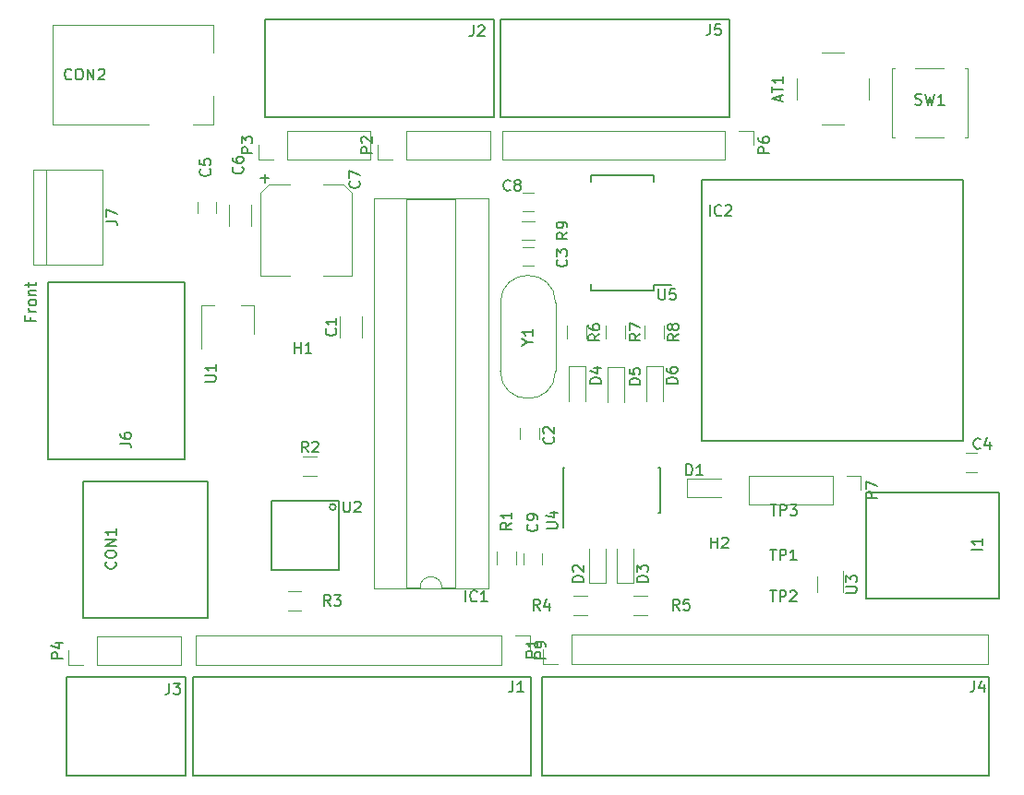
<source format=gto>
G04 #@! TF.GenerationSoftware,KiCad,Pcbnew,(5.1.2)-2*
G04 #@! TF.CreationDate,2019-09-12T09:52:03+10:00*
G04 #@! TF.ProjectId,BoSL,426f534c-2e6b-4696-9361-645f70636258,0.3*
G04 #@! TF.SameCoordinates,Original*
G04 #@! TF.FileFunction,Legend,Top*
G04 #@! TF.FilePolarity,Positive*
%FSLAX46Y46*%
G04 Gerber Fmt 4.6, Leading zero omitted, Abs format (unit mm)*
G04 Created by KiCad (PCBNEW (5.1.2)-2) date 2019-09-12 09:52:03*
%MOMM*%
%LPD*%
G04 APERTURE LIST*
%ADD10C,0.150000*%
%ADD11C,0.120000*%
G04 APERTURE END LIST*
D10*
X151950000Y-108475000D02*
X151975000Y-108475000D01*
X151950000Y-104325000D02*
X152065000Y-104325000D01*
X160850000Y-104325000D02*
X160735000Y-104325000D01*
X160850000Y-108475000D02*
X160735000Y-108475000D01*
X151950000Y-108475000D02*
X151950000Y-104325000D01*
X160850000Y-108475000D02*
X160850000Y-104325000D01*
X151975000Y-108475000D02*
X151975000Y-109850000D01*
X117250000Y-87380000D02*
X109000000Y-87380000D01*
X117250000Y-103630000D02*
X117250000Y-87380000D01*
X109000000Y-103630000D02*
X117250000Y-103630000D01*
X104750000Y-103630000D02*
X109000000Y-103630000D01*
X104750000Y-87380000D02*
X104750000Y-103630000D01*
X109000000Y-87380000D02*
X104750000Y-87380000D01*
D11*
X146430000Y-73420000D02*
X146430000Y-76080000D01*
X166810000Y-73420000D02*
X146430000Y-73420000D01*
X166810000Y-76080000D02*
X146430000Y-76080000D01*
X166810000Y-73420000D02*
X166810000Y-76080000D01*
X168080000Y-73420000D02*
X169410000Y-73420000D01*
X169410000Y-73420000D02*
X169410000Y-74750000D01*
X190900000Y-122350000D02*
X190900000Y-119690000D01*
X152740000Y-122350000D02*
X190900000Y-122350000D01*
X152740000Y-119690000D02*
X190900000Y-119690000D01*
X152740000Y-122350000D02*
X152740000Y-119690000D01*
X151470000Y-122350000D02*
X150140000Y-122350000D01*
X150140000Y-122350000D02*
X150140000Y-121020000D01*
X161222000Y-91340000D02*
X161222000Y-92540000D01*
X159462000Y-92540000D02*
X159462000Y-91340000D01*
X157666000Y-91340000D02*
X157666000Y-92540000D01*
X155906000Y-92540000D02*
X155906000Y-91340000D01*
X154110000Y-91340000D02*
X154110000Y-92540000D01*
X152350000Y-92540000D02*
X152350000Y-91340000D01*
D10*
X108000000Y-111800000D02*
X108000000Y-118200000D01*
X108000000Y-118200000D02*
X119400000Y-118200000D01*
X119400000Y-105600000D02*
X108000000Y-105600000D01*
X108000000Y-105600000D02*
X108000000Y-112000000D01*
X119400000Y-105600000D02*
X119400000Y-118200000D01*
X164690000Y-101920000D02*
X164690000Y-77920000D01*
X188690000Y-101920000D02*
X164690000Y-101920000D01*
X188690000Y-77920000D02*
X188690000Y-101920000D01*
X164690000Y-77920000D02*
X188690000Y-77920000D01*
X118000000Y-123600000D02*
X118000000Y-124600000D01*
X149000000Y-123600000D02*
X118000000Y-123600000D01*
X149000000Y-124600000D02*
X149000000Y-123600000D01*
X118000000Y-128600000D02*
X118000000Y-132600000D01*
X118000000Y-132600000D02*
X149000000Y-132600000D01*
X149000000Y-132600000D02*
X149000000Y-124600000D01*
X118000000Y-124600000D02*
X118000000Y-128600000D01*
X145600000Y-72200000D02*
X145600000Y-71200000D01*
X124600000Y-72200000D02*
X145600000Y-72200000D01*
X124600000Y-71200000D02*
X124600000Y-72200000D01*
X145600000Y-67200000D02*
X145600000Y-63200000D01*
X145600000Y-63200000D02*
X124600000Y-63200000D01*
X124600000Y-63200000D02*
X124600000Y-71200000D01*
X145600000Y-71200000D02*
X145600000Y-67200000D01*
X106400000Y-123600000D02*
X106400000Y-124600000D01*
X117400000Y-123600000D02*
X106400000Y-123600000D01*
X117400000Y-124600000D02*
X117400000Y-123600000D01*
X106400000Y-128600000D02*
X106400000Y-132600000D01*
X106400000Y-124600000D02*
X106400000Y-128600000D01*
X117400000Y-124600000D02*
X117400000Y-132600000D01*
X117400000Y-132600000D02*
X106400000Y-132600000D01*
X131450000Y-113775000D02*
X131450000Y-107375000D01*
X131450000Y-107375000D02*
X125250000Y-107375000D01*
X125250000Y-107375000D02*
X125250000Y-113775000D01*
X125250000Y-113775000D02*
X131450000Y-113775000D01*
X131132843Y-107975000D02*
G75*
G03X131132843Y-107975000I-282843J0D01*
G01*
X179755000Y-116385000D02*
X179755000Y-106635000D01*
X191955000Y-116385000D02*
X191955000Y-106635000D01*
X191955000Y-106635000D02*
X179755000Y-106635000D01*
X191955000Y-116385000D02*
X191930000Y-116360000D01*
X179755000Y-116385000D02*
X191955000Y-116385000D01*
X167200000Y-72200000D02*
X167200000Y-71200000D01*
X146200000Y-72200000D02*
X167200000Y-72200000D01*
X146200000Y-71200000D02*
X146200000Y-72200000D01*
X167200000Y-67200000D02*
X167200000Y-63200000D01*
X167200000Y-63200000D02*
X146200000Y-63200000D01*
X146200000Y-63200000D02*
X146200000Y-71200000D01*
X167200000Y-71200000D02*
X167200000Y-67200000D01*
X150000000Y-123600000D02*
X150000000Y-124600000D01*
X191000000Y-123600000D02*
X150000000Y-123600000D01*
X191000000Y-124600000D02*
X191000000Y-123600000D01*
X150000000Y-128600000D02*
X150000000Y-132600000D01*
X150000000Y-132600000D02*
X181000000Y-132600000D01*
X150000000Y-124600000D02*
X150000000Y-128600000D01*
X181000000Y-132600000D02*
X186000000Y-132600000D01*
X191000000Y-124600000D02*
X191000000Y-132600000D01*
X191000000Y-132600000D02*
X186000000Y-132600000D01*
D11*
X179990000Y-68600000D02*
X179990000Y-70600000D01*
X173390000Y-68600000D02*
X173390000Y-70600000D01*
X177690000Y-72900000D02*
X175690000Y-72900000D01*
X177690000Y-66300000D02*
X175690000Y-66300000D01*
X131474000Y-90444000D02*
X131474000Y-92444000D01*
X133514000Y-92444000D02*
X133514000Y-90444000D01*
X148050000Y-100750000D02*
X148050000Y-101750000D01*
X149750000Y-101750000D02*
X149750000Y-100750000D01*
X148300000Y-85850000D02*
X149300000Y-85850000D01*
X149300000Y-84150000D02*
X148300000Y-84150000D01*
X188890000Y-104740000D02*
X189890000Y-104740000D01*
X189890000Y-103040000D02*
X188890000Y-103040000D01*
X120150000Y-80950000D02*
X120150000Y-79950000D01*
X118450000Y-79950000D02*
X118450000Y-80950000D01*
X123354000Y-82200000D02*
X123354000Y-80200000D01*
X121314000Y-80200000D02*
X121314000Y-82200000D01*
X124240000Y-86744000D02*
X126920000Y-86744000D01*
X132620000Y-86744000D02*
X129940000Y-86744000D01*
X131860000Y-78364000D02*
X129940000Y-78364000D01*
X125000000Y-78364000D02*
X126920000Y-78364000D01*
X124240000Y-86744000D02*
X124240000Y-79124000D01*
X124240000Y-79124000D02*
X125000000Y-78364000D01*
X131860000Y-78364000D02*
X132620000Y-79124000D01*
X132620000Y-79124000D02*
X132620000Y-86744000D01*
X148300000Y-80850000D02*
X149300000Y-80850000D01*
X149300000Y-79150000D02*
X148300000Y-79150000D01*
X148350000Y-112250000D02*
X148350000Y-113250000D01*
X150050000Y-113250000D02*
X150050000Y-112250000D01*
X114000000Y-72900000D02*
X105200000Y-72900000D01*
X105200000Y-72900000D02*
X105200000Y-63700000D01*
X119900000Y-70200000D02*
X119900000Y-72900000D01*
X119900000Y-72900000D02*
X118000000Y-72900000D01*
X105200000Y-63700000D02*
X119900000Y-63700000D01*
X119900000Y-63700000D02*
X119900000Y-66300000D01*
X163300000Y-105350000D02*
X163300000Y-107050000D01*
X163300000Y-107050000D02*
X166450000Y-107050000D01*
X163300000Y-105350000D02*
X166450000Y-105350000D01*
X155850000Y-111780000D02*
X155850000Y-114980000D01*
X154350000Y-114980000D02*
X154350000Y-111780000D01*
X154350000Y-114980000D02*
X155850000Y-114980000D01*
X158390000Y-111780000D02*
X158390000Y-114980000D01*
X156890000Y-114980000D02*
X156890000Y-111780000D01*
X156890000Y-114980000D02*
X158390000Y-114980000D01*
X152480000Y-98260000D02*
X152480000Y-95060000D01*
X153980000Y-95060000D02*
X153980000Y-98260000D01*
X153980000Y-95060000D02*
X152480000Y-95060000D01*
X156036000Y-98340000D02*
X156036000Y-95140000D01*
X157536000Y-95140000D02*
X157536000Y-98340000D01*
X157536000Y-95140000D02*
X156036000Y-95140000D01*
X159592000Y-98260000D02*
X159592000Y-95060000D01*
X161092000Y-95060000D02*
X161092000Y-98260000D01*
X161092000Y-95060000D02*
X159592000Y-95060000D01*
X138860000Y-115380000D02*
G75*
G02X140860000Y-115380000I1000000J0D01*
G01*
X140860000Y-115380000D02*
X142110000Y-115380000D01*
X142110000Y-115380000D02*
X142110000Y-79700000D01*
X142110000Y-79700000D02*
X137610000Y-79700000D01*
X137610000Y-79700000D02*
X137610000Y-115380000D01*
X137610000Y-115380000D02*
X138860000Y-115380000D01*
X145110000Y-115440000D02*
X145110000Y-79640000D01*
X145110000Y-79640000D02*
X134610000Y-79640000D01*
X134610000Y-79640000D02*
X134610000Y-115440000D01*
X134610000Y-115440000D02*
X145110000Y-115440000D01*
X145272000Y-76080000D02*
X145272000Y-73420000D01*
X137592000Y-76080000D02*
X145272000Y-76080000D01*
X137592000Y-73420000D02*
X145272000Y-73420000D01*
X137592000Y-76080000D02*
X137592000Y-73420000D01*
X136322000Y-76080000D02*
X134992000Y-76080000D01*
X134992000Y-76080000D02*
X134992000Y-74750000D01*
X134310000Y-76080000D02*
X134310000Y-73420000D01*
X126630000Y-76080000D02*
X134310000Y-76080000D01*
X126630000Y-73420000D02*
X134310000Y-73420000D01*
X126630000Y-76080000D02*
X126630000Y-73420000D01*
X125360000Y-76080000D02*
X124030000Y-76080000D01*
X124030000Y-76080000D02*
X124030000Y-74750000D01*
X116900000Y-122488000D02*
X116900000Y-119828000D01*
X109220000Y-122488000D02*
X116900000Y-122488000D01*
X109220000Y-119828000D02*
X116900000Y-119828000D01*
X109220000Y-122488000D02*
X109220000Y-119828000D01*
X107950000Y-122488000D02*
X106620000Y-122488000D01*
X106620000Y-122488000D02*
X106620000Y-121158000D01*
X169010000Y-105100000D02*
X169010000Y-107760000D01*
X176690000Y-105100000D02*
X169010000Y-105100000D01*
X176690000Y-107760000D02*
X169010000Y-107760000D01*
X176690000Y-105100000D02*
X176690000Y-107760000D01*
X177960000Y-105100000D02*
X179290000Y-105100000D01*
X179290000Y-105100000D02*
X179290000Y-106430000D01*
X145920000Y-113250000D02*
X145920000Y-112050000D01*
X147680000Y-112050000D02*
X147680000Y-113250000D01*
X129350000Y-105080000D02*
X128150000Y-105080000D01*
X128150000Y-103320000D02*
X129350000Y-103320000D01*
X127950000Y-117480000D02*
X126750000Y-117480000D01*
X126750000Y-115720000D02*
X127950000Y-115720000D01*
X152950000Y-116120000D02*
X154150000Y-116120000D01*
X154150000Y-117880000D02*
X152950000Y-117880000D01*
X159650000Y-117880000D02*
X158450000Y-117880000D01*
X158450000Y-116120000D02*
X159650000Y-116120000D01*
X182380000Y-74020000D02*
X182130000Y-74020000D01*
X182130000Y-74020000D02*
X182130000Y-67720000D01*
X182130000Y-67720000D02*
X182380000Y-67720000D01*
X186880000Y-74020000D02*
X184280000Y-74020000D01*
X188780000Y-67720000D02*
X189030000Y-67720000D01*
X189030000Y-67720000D02*
X189030000Y-74020000D01*
X189030000Y-74020000D02*
X188780000Y-74020000D01*
X184280000Y-67720000D02*
X186880000Y-67720000D01*
X122400000Y-89420000D02*
X123600000Y-89420000D01*
X123600000Y-89420000D02*
X123600000Y-92120000D01*
X118800000Y-93420000D02*
X118800000Y-89420000D01*
X118800000Y-89420000D02*
X120000000Y-89420000D01*
X177610000Y-115770000D02*
X177610000Y-113870000D01*
X175290000Y-114370000D02*
X175290000Y-115770000D01*
D10*
X160261000Y-88133000D02*
X160261000Y-87558000D01*
X154511000Y-88133000D02*
X154511000Y-87483000D01*
X154511000Y-77483000D02*
X154511000Y-78133000D01*
X160261000Y-77483000D02*
X160261000Y-78133000D01*
X160261000Y-88133000D02*
X154511000Y-88133000D01*
X160261000Y-77483000D02*
X154511000Y-77483000D01*
X160261000Y-87558000D02*
X161861000Y-87558000D01*
D11*
X151275000Y-89235000D02*
X151275000Y-95485000D01*
X146225000Y-89235000D02*
X146225000Y-95485000D01*
X146225000Y-89235000D02*
G75*
G02X151275000Y-89235000I2525000J0D01*
G01*
X146225000Y-95485000D02*
G75*
G03X151275000Y-95485000I2525000J0D01*
G01*
X118316000Y-119782000D02*
X118316000Y-122442000D01*
X146316000Y-119782000D02*
X118316000Y-119782000D01*
X146316000Y-122442000D02*
X118316000Y-122442000D01*
X146316000Y-119782000D02*
X146316000Y-122442000D01*
X147586000Y-119782000D02*
X148916000Y-119782000D01*
X148916000Y-119782000D02*
X148916000Y-121112000D01*
X103370000Y-77050000D02*
X103370000Y-85750000D01*
X109780000Y-77050000D02*
X109780000Y-85750000D01*
X109780000Y-85750000D02*
X103370000Y-85750000D01*
X104600000Y-85750000D02*
X104600000Y-77050000D01*
X103370000Y-77050000D02*
X109780000Y-77050000D01*
X148200000Y-81720000D02*
X149400000Y-81720000D01*
X149400000Y-83480000D02*
X148200000Y-83480000D01*
D10*
X150452380Y-109961904D02*
X151261904Y-109961904D01*
X151357142Y-109914285D01*
X151404761Y-109866666D01*
X151452380Y-109771428D01*
X151452380Y-109580952D01*
X151404761Y-109485714D01*
X151357142Y-109438095D01*
X151261904Y-109390476D01*
X150452380Y-109390476D01*
X150785714Y-108485714D02*
X151452380Y-108485714D01*
X150404761Y-108723809D02*
X151119047Y-108961904D01*
X151119047Y-108342857D01*
X127338095Y-93852380D02*
X127338095Y-92852380D01*
X127338095Y-93328571D02*
X127909523Y-93328571D01*
X127909523Y-93852380D02*
X127909523Y-92852380D01*
X128909523Y-93852380D02*
X128338095Y-93852380D01*
X128623809Y-93852380D02*
X128623809Y-92852380D01*
X128528571Y-92995238D01*
X128433333Y-93090476D01*
X128338095Y-93138095D01*
X165538095Y-111752380D02*
X165538095Y-110752380D01*
X165538095Y-111228571D02*
X166109523Y-111228571D01*
X166109523Y-111752380D02*
X166109523Y-110752380D01*
X166538095Y-110847619D02*
X166585714Y-110800000D01*
X166680952Y-110752380D01*
X166919047Y-110752380D01*
X167014285Y-110800000D01*
X167061904Y-110847619D01*
X167109523Y-110942857D01*
X167109523Y-111038095D01*
X167061904Y-111180952D01*
X166490476Y-111752380D01*
X167109523Y-111752380D01*
X111352380Y-102133333D02*
X112066666Y-102133333D01*
X112209523Y-102180952D01*
X112304761Y-102276190D01*
X112352380Y-102419047D01*
X112352380Y-102514285D01*
X111352380Y-101228571D02*
X111352380Y-101419047D01*
X111400000Y-101514285D01*
X111447619Y-101561904D01*
X111590476Y-101657142D01*
X111780952Y-101704761D01*
X112161904Y-101704761D01*
X112257142Y-101657142D01*
X112304761Y-101609523D01*
X112352380Y-101514285D01*
X112352380Y-101323809D01*
X112304761Y-101228571D01*
X112257142Y-101180952D01*
X112161904Y-101133333D01*
X111923809Y-101133333D01*
X111828571Y-101180952D01*
X111780952Y-101228571D01*
X111733333Y-101323809D01*
X111733333Y-101514285D01*
X111780952Y-101609523D01*
X111828571Y-101657142D01*
X111923809Y-101704761D01*
X103128571Y-90557142D02*
X103128571Y-90890476D01*
X103652380Y-90890476D02*
X102652380Y-90890476D01*
X102652380Y-90414285D01*
X103652380Y-90033333D02*
X102985714Y-90033333D01*
X103176190Y-90033333D02*
X103080952Y-89985714D01*
X103033333Y-89938095D01*
X102985714Y-89842857D01*
X102985714Y-89747619D01*
X103652380Y-89271428D02*
X103604761Y-89366666D01*
X103557142Y-89414285D01*
X103461904Y-89461904D01*
X103176190Y-89461904D01*
X103080952Y-89414285D01*
X103033333Y-89366666D01*
X102985714Y-89271428D01*
X102985714Y-89128571D01*
X103033333Y-89033333D01*
X103080952Y-88985714D01*
X103176190Y-88938095D01*
X103461904Y-88938095D01*
X103557142Y-88985714D01*
X103604761Y-89033333D01*
X103652380Y-89128571D01*
X103652380Y-89271428D01*
X102985714Y-88509523D02*
X103652380Y-88509523D01*
X103080952Y-88509523D02*
X103033333Y-88461904D01*
X102985714Y-88366666D01*
X102985714Y-88223809D01*
X103033333Y-88128571D01*
X103128571Y-88080952D01*
X103652380Y-88080952D01*
X102985714Y-87747619D02*
X102985714Y-87366666D01*
X102652380Y-87604761D02*
X103509523Y-87604761D01*
X103604761Y-87557142D01*
X103652380Y-87461904D01*
X103652380Y-87366666D01*
X170862380Y-75488095D02*
X169862380Y-75488095D01*
X169862380Y-75107142D01*
X169910000Y-75011904D01*
X169957619Y-74964285D01*
X170052857Y-74916666D01*
X170195714Y-74916666D01*
X170290952Y-74964285D01*
X170338571Y-75011904D01*
X170386190Y-75107142D01*
X170386190Y-75488095D01*
X169862380Y-74059523D02*
X169862380Y-74250000D01*
X169910000Y-74345238D01*
X169957619Y-74392857D01*
X170100476Y-74488095D01*
X170290952Y-74535714D01*
X170671904Y-74535714D01*
X170767142Y-74488095D01*
X170814761Y-74440476D01*
X170862380Y-74345238D01*
X170862380Y-74154761D01*
X170814761Y-74059523D01*
X170767142Y-74011904D01*
X170671904Y-73964285D01*
X170433809Y-73964285D01*
X170338571Y-74011904D01*
X170290952Y-74059523D01*
X170243333Y-74154761D01*
X170243333Y-74345238D01*
X170290952Y-74440476D01*
X170338571Y-74488095D01*
X170433809Y-74535714D01*
X149592380Y-121758095D02*
X148592380Y-121758095D01*
X148592380Y-121377142D01*
X148640000Y-121281904D01*
X148687619Y-121234285D01*
X148782857Y-121186666D01*
X148925714Y-121186666D01*
X149020952Y-121234285D01*
X149068571Y-121281904D01*
X149116190Y-121377142D01*
X149116190Y-121758095D01*
X149592380Y-120234285D02*
X149592380Y-120805714D01*
X149592380Y-120520000D02*
X148592380Y-120520000D01*
X148735238Y-120615238D01*
X148830476Y-120710476D01*
X148878095Y-120805714D01*
X162552380Y-92106666D02*
X162076190Y-92440000D01*
X162552380Y-92678095D02*
X161552380Y-92678095D01*
X161552380Y-92297142D01*
X161600000Y-92201904D01*
X161647619Y-92154285D01*
X161742857Y-92106666D01*
X161885714Y-92106666D01*
X161980952Y-92154285D01*
X162028571Y-92201904D01*
X162076190Y-92297142D01*
X162076190Y-92678095D01*
X161980952Y-91535238D02*
X161933333Y-91630476D01*
X161885714Y-91678095D01*
X161790476Y-91725714D01*
X161742857Y-91725714D01*
X161647619Y-91678095D01*
X161600000Y-91630476D01*
X161552380Y-91535238D01*
X161552380Y-91344761D01*
X161600000Y-91249523D01*
X161647619Y-91201904D01*
X161742857Y-91154285D01*
X161790476Y-91154285D01*
X161885714Y-91201904D01*
X161933333Y-91249523D01*
X161980952Y-91344761D01*
X161980952Y-91535238D01*
X162028571Y-91630476D01*
X162076190Y-91678095D01*
X162171428Y-91725714D01*
X162361904Y-91725714D01*
X162457142Y-91678095D01*
X162504761Y-91630476D01*
X162552380Y-91535238D01*
X162552380Y-91344761D01*
X162504761Y-91249523D01*
X162457142Y-91201904D01*
X162361904Y-91154285D01*
X162171428Y-91154285D01*
X162076190Y-91201904D01*
X162028571Y-91249523D01*
X161980952Y-91344761D01*
X159052380Y-92066666D02*
X158576190Y-92400000D01*
X159052380Y-92638095D02*
X158052380Y-92638095D01*
X158052380Y-92257142D01*
X158100000Y-92161904D01*
X158147619Y-92114285D01*
X158242857Y-92066666D01*
X158385714Y-92066666D01*
X158480952Y-92114285D01*
X158528571Y-92161904D01*
X158576190Y-92257142D01*
X158576190Y-92638095D01*
X158052380Y-91733333D02*
X158052380Y-91066666D01*
X159052380Y-91495238D01*
X155312380Y-92106666D02*
X154836190Y-92440000D01*
X155312380Y-92678095D02*
X154312380Y-92678095D01*
X154312380Y-92297142D01*
X154360000Y-92201904D01*
X154407619Y-92154285D01*
X154502857Y-92106666D01*
X154645714Y-92106666D01*
X154740952Y-92154285D01*
X154788571Y-92201904D01*
X154836190Y-92297142D01*
X154836190Y-92678095D01*
X154312380Y-91249523D02*
X154312380Y-91440000D01*
X154360000Y-91535238D01*
X154407619Y-91582857D01*
X154550476Y-91678095D01*
X154740952Y-91725714D01*
X155121904Y-91725714D01*
X155217142Y-91678095D01*
X155264761Y-91630476D01*
X155312380Y-91535238D01*
X155312380Y-91344761D01*
X155264761Y-91249523D01*
X155217142Y-91201904D01*
X155121904Y-91154285D01*
X154883809Y-91154285D01*
X154788571Y-91201904D01*
X154740952Y-91249523D01*
X154693333Y-91344761D01*
X154693333Y-91535238D01*
X154740952Y-91630476D01*
X154788571Y-91678095D01*
X154883809Y-91725714D01*
X110897142Y-113014285D02*
X110944761Y-113061904D01*
X110992380Y-113204761D01*
X110992380Y-113300000D01*
X110944761Y-113442857D01*
X110849523Y-113538095D01*
X110754285Y-113585714D01*
X110563809Y-113633333D01*
X110420952Y-113633333D01*
X110230476Y-113585714D01*
X110135238Y-113538095D01*
X110040000Y-113442857D01*
X109992380Y-113300000D01*
X109992380Y-113204761D01*
X110040000Y-113061904D01*
X110087619Y-113014285D01*
X109992380Y-112395238D02*
X109992380Y-112204761D01*
X110040000Y-112109523D01*
X110135238Y-112014285D01*
X110325714Y-111966666D01*
X110659047Y-111966666D01*
X110849523Y-112014285D01*
X110944761Y-112109523D01*
X110992380Y-112204761D01*
X110992380Y-112395238D01*
X110944761Y-112490476D01*
X110849523Y-112585714D01*
X110659047Y-112633333D01*
X110325714Y-112633333D01*
X110135238Y-112585714D01*
X110040000Y-112490476D01*
X109992380Y-112395238D01*
X110992380Y-111538095D02*
X109992380Y-111538095D01*
X110992380Y-110966666D01*
X109992380Y-110966666D01*
X110992380Y-109966666D02*
X110992380Y-110538095D01*
X110992380Y-110252380D02*
X109992380Y-110252380D01*
X110135238Y-110347619D01*
X110230476Y-110442857D01*
X110278095Y-110538095D01*
X165423809Y-81252380D02*
X165423809Y-80252380D01*
X166471428Y-81157142D02*
X166423809Y-81204761D01*
X166280952Y-81252380D01*
X166185714Y-81252380D01*
X166042857Y-81204761D01*
X165947619Y-81109523D01*
X165900000Y-81014285D01*
X165852380Y-80823809D01*
X165852380Y-80680952D01*
X165900000Y-80490476D01*
X165947619Y-80395238D01*
X166042857Y-80300000D01*
X166185714Y-80252380D01*
X166280952Y-80252380D01*
X166423809Y-80300000D01*
X166471428Y-80347619D01*
X166852380Y-80347619D02*
X166900000Y-80300000D01*
X166995238Y-80252380D01*
X167233333Y-80252380D01*
X167328571Y-80300000D01*
X167376190Y-80347619D01*
X167423809Y-80442857D01*
X167423809Y-80538095D01*
X167376190Y-80680952D01*
X166804761Y-81252380D01*
X167423809Y-81252380D01*
X147366666Y-123952380D02*
X147366666Y-124666666D01*
X147319047Y-124809523D01*
X147223809Y-124904761D01*
X147080952Y-124952380D01*
X146985714Y-124952380D01*
X148366666Y-124952380D02*
X147795238Y-124952380D01*
X148080952Y-124952380D02*
X148080952Y-123952380D01*
X147985714Y-124095238D01*
X147890476Y-124190476D01*
X147795238Y-124238095D01*
X143766666Y-63752380D02*
X143766666Y-64466666D01*
X143719047Y-64609523D01*
X143623809Y-64704761D01*
X143480952Y-64752380D01*
X143385714Y-64752380D01*
X144195238Y-63847619D02*
X144242857Y-63800000D01*
X144338095Y-63752380D01*
X144576190Y-63752380D01*
X144671428Y-63800000D01*
X144719047Y-63847619D01*
X144766666Y-63942857D01*
X144766666Y-64038095D01*
X144719047Y-64180952D01*
X144147619Y-64752380D01*
X144766666Y-64752380D01*
X115866666Y-124152380D02*
X115866666Y-124866666D01*
X115819047Y-125009523D01*
X115723809Y-125104761D01*
X115580952Y-125152380D01*
X115485714Y-125152380D01*
X116247619Y-124152380D02*
X116866666Y-124152380D01*
X116533333Y-124533333D01*
X116676190Y-124533333D01*
X116771428Y-124580952D01*
X116819047Y-124628571D01*
X116866666Y-124723809D01*
X116866666Y-124961904D01*
X116819047Y-125057142D01*
X116771428Y-125104761D01*
X116676190Y-125152380D01*
X116390476Y-125152380D01*
X116295238Y-125104761D01*
X116247619Y-125057142D01*
X131838095Y-107452380D02*
X131838095Y-108261904D01*
X131885714Y-108357142D01*
X131933333Y-108404761D01*
X132028571Y-108452380D01*
X132219047Y-108452380D01*
X132314285Y-108404761D01*
X132361904Y-108357142D01*
X132409523Y-108261904D01*
X132409523Y-107452380D01*
X132838095Y-107547619D02*
X132885714Y-107500000D01*
X132980952Y-107452380D01*
X133219047Y-107452380D01*
X133314285Y-107500000D01*
X133361904Y-107547619D01*
X133409523Y-107642857D01*
X133409523Y-107738095D01*
X133361904Y-107880952D01*
X132790476Y-108452380D01*
X133409523Y-108452380D01*
X190432380Y-111886190D02*
X189432380Y-111886190D01*
X190432380Y-110886190D02*
X190432380Y-111457619D01*
X190432380Y-111171904D02*
X189432380Y-111171904D01*
X189575238Y-111267142D01*
X189670476Y-111362380D01*
X189718095Y-111457619D01*
X165466666Y-63652380D02*
X165466666Y-64366666D01*
X165419047Y-64509523D01*
X165323809Y-64604761D01*
X165180952Y-64652380D01*
X165085714Y-64652380D01*
X166419047Y-63652380D02*
X165942857Y-63652380D01*
X165895238Y-64128571D01*
X165942857Y-64080952D01*
X166038095Y-64033333D01*
X166276190Y-64033333D01*
X166371428Y-64080952D01*
X166419047Y-64128571D01*
X166466666Y-64223809D01*
X166466666Y-64461904D01*
X166419047Y-64557142D01*
X166371428Y-64604761D01*
X166276190Y-64652380D01*
X166038095Y-64652380D01*
X165942857Y-64604761D01*
X165895238Y-64557142D01*
X189666666Y-123952380D02*
X189666666Y-124666666D01*
X189619047Y-124809523D01*
X189523809Y-124904761D01*
X189380952Y-124952380D01*
X189285714Y-124952380D01*
X190571428Y-124285714D02*
X190571428Y-124952380D01*
X190333333Y-123904761D02*
X190095238Y-124619047D01*
X190714285Y-124619047D01*
X171870666Y-70691238D02*
X171870666Y-70215047D01*
X172156380Y-70786476D02*
X171156380Y-70453142D01*
X172156380Y-70119809D01*
X171156380Y-69929333D02*
X171156380Y-69357904D01*
X172156380Y-69643619D02*
X171156380Y-69643619D01*
X172156380Y-68500761D02*
X172156380Y-69072190D01*
X172156380Y-68786476D02*
X171156380Y-68786476D01*
X171299238Y-68881714D01*
X171394476Y-68976952D01*
X171442095Y-69072190D01*
X131101142Y-91610666D02*
X131148761Y-91658285D01*
X131196380Y-91801142D01*
X131196380Y-91896380D01*
X131148761Y-92039238D01*
X131053523Y-92134476D01*
X130958285Y-92182095D01*
X130767809Y-92229714D01*
X130624952Y-92229714D01*
X130434476Y-92182095D01*
X130339238Y-92134476D01*
X130244000Y-92039238D01*
X130196380Y-91896380D01*
X130196380Y-91801142D01*
X130244000Y-91658285D01*
X130291619Y-91610666D01*
X131196380Y-90658285D02*
X131196380Y-91229714D01*
X131196380Y-90944000D02*
X130196380Y-90944000D01*
X130339238Y-91039238D01*
X130434476Y-91134476D01*
X130482095Y-91229714D01*
X151057142Y-101566666D02*
X151104761Y-101614285D01*
X151152380Y-101757142D01*
X151152380Y-101852380D01*
X151104761Y-101995238D01*
X151009523Y-102090476D01*
X150914285Y-102138095D01*
X150723809Y-102185714D01*
X150580952Y-102185714D01*
X150390476Y-102138095D01*
X150295238Y-102090476D01*
X150200000Y-101995238D01*
X150152380Y-101852380D01*
X150152380Y-101757142D01*
X150200000Y-101614285D01*
X150247619Y-101566666D01*
X150247619Y-101185714D02*
X150200000Y-101138095D01*
X150152380Y-101042857D01*
X150152380Y-100804761D01*
X150200000Y-100709523D01*
X150247619Y-100661904D01*
X150342857Y-100614285D01*
X150438095Y-100614285D01*
X150580952Y-100661904D01*
X151152380Y-101233333D01*
X151152380Y-100614285D01*
X152257142Y-85266666D02*
X152304761Y-85314285D01*
X152352380Y-85457142D01*
X152352380Y-85552380D01*
X152304761Y-85695238D01*
X152209523Y-85790476D01*
X152114285Y-85838095D01*
X151923809Y-85885714D01*
X151780952Y-85885714D01*
X151590476Y-85838095D01*
X151495238Y-85790476D01*
X151400000Y-85695238D01*
X151352380Y-85552380D01*
X151352380Y-85457142D01*
X151400000Y-85314285D01*
X151447619Y-85266666D01*
X151352380Y-84933333D02*
X151352380Y-84314285D01*
X151733333Y-84647619D01*
X151733333Y-84504761D01*
X151780952Y-84409523D01*
X151828571Y-84361904D01*
X151923809Y-84314285D01*
X152161904Y-84314285D01*
X152257142Y-84361904D01*
X152304761Y-84409523D01*
X152352380Y-84504761D01*
X152352380Y-84790476D01*
X152304761Y-84885714D01*
X152257142Y-84933333D01*
X190233333Y-102557142D02*
X190185714Y-102604761D01*
X190042857Y-102652380D01*
X189947619Y-102652380D01*
X189804761Y-102604761D01*
X189709523Y-102509523D01*
X189661904Y-102414285D01*
X189614285Y-102223809D01*
X189614285Y-102080952D01*
X189661904Y-101890476D01*
X189709523Y-101795238D01*
X189804761Y-101700000D01*
X189947619Y-101652380D01*
X190042857Y-101652380D01*
X190185714Y-101700000D01*
X190233333Y-101747619D01*
X191090476Y-101985714D02*
X191090476Y-102652380D01*
X190852380Y-101604761D02*
X190614285Y-102319047D01*
X191233333Y-102319047D01*
X119557142Y-76966666D02*
X119604761Y-77014285D01*
X119652380Y-77157142D01*
X119652380Y-77252380D01*
X119604761Y-77395238D01*
X119509523Y-77490476D01*
X119414285Y-77538095D01*
X119223809Y-77585714D01*
X119080952Y-77585714D01*
X118890476Y-77538095D01*
X118795238Y-77490476D01*
X118700000Y-77395238D01*
X118652380Y-77252380D01*
X118652380Y-77157142D01*
X118700000Y-77014285D01*
X118747619Y-76966666D01*
X118652380Y-76061904D02*
X118652380Y-76538095D01*
X119128571Y-76585714D01*
X119080952Y-76538095D01*
X119033333Y-76442857D01*
X119033333Y-76204761D01*
X119080952Y-76109523D01*
X119128571Y-76061904D01*
X119223809Y-76014285D01*
X119461904Y-76014285D01*
X119557142Y-76061904D01*
X119604761Y-76109523D01*
X119652380Y-76204761D01*
X119652380Y-76442857D01*
X119604761Y-76538095D01*
X119557142Y-76585714D01*
X122557142Y-76766666D02*
X122604761Y-76814285D01*
X122652380Y-76957142D01*
X122652380Y-77052380D01*
X122604761Y-77195238D01*
X122509523Y-77290476D01*
X122414285Y-77338095D01*
X122223809Y-77385714D01*
X122080952Y-77385714D01*
X121890476Y-77338095D01*
X121795238Y-77290476D01*
X121700000Y-77195238D01*
X121652380Y-77052380D01*
X121652380Y-76957142D01*
X121700000Y-76814285D01*
X121747619Y-76766666D01*
X121652380Y-75909523D02*
X121652380Y-76100000D01*
X121700000Y-76195238D01*
X121747619Y-76242857D01*
X121890476Y-76338095D01*
X122080952Y-76385714D01*
X122461904Y-76385714D01*
X122557142Y-76338095D01*
X122604761Y-76290476D01*
X122652380Y-76195238D01*
X122652380Y-76004761D01*
X122604761Y-75909523D01*
X122557142Y-75861904D01*
X122461904Y-75814285D01*
X122223809Y-75814285D01*
X122128571Y-75861904D01*
X122080952Y-75909523D01*
X122033333Y-76004761D01*
X122033333Y-76195238D01*
X122080952Y-76290476D01*
X122128571Y-76338095D01*
X122223809Y-76385714D01*
X133257142Y-78066666D02*
X133304761Y-78114285D01*
X133352380Y-78257142D01*
X133352380Y-78352380D01*
X133304761Y-78495238D01*
X133209523Y-78590476D01*
X133114285Y-78638095D01*
X132923809Y-78685714D01*
X132780952Y-78685714D01*
X132590476Y-78638095D01*
X132495238Y-78590476D01*
X132400000Y-78495238D01*
X132352380Y-78352380D01*
X132352380Y-78257142D01*
X132400000Y-78114285D01*
X132447619Y-78066666D01*
X132352380Y-77733333D02*
X132352380Y-77066666D01*
X133352380Y-77495238D01*
X124601428Y-78154952D02*
X124601428Y-77393047D01*
X124982380Y-77774000D02*
X124220476Y-77774000D01*
X124601428Y-78154952D02*
X124601428Y-77393047D01*
X124982380Y-77774000D02*
X124220476Y-77774000D01*
X147133333Y-78857142D02*
X147085714Y-78904761D01*
X146942857Y-78952380D01*
X146847619Y-78952380D01*
X146704761Y-78904761D01*
X146609523Y-78809523D01*
X146561904Y-78714285D01*
X146514285Y-78523809D01*
X146514285Y-78380952D01*
X146561904Y-78190476D01*
X146609523Y-78095238D01*
X146704761Y-78000000D01*
X146847619Y-77952380D01*
X146942857Y-77952380D01*
X147085714Y-78000000D01*
X147133333Y-78047619D01*
X147704761Y-78380952D02*
X147609523Y-78333333D01*
X147561904Y-78285714D01*
X147514285Y-78190476D01*
X147514285Y-78142857D01*
X147561904Y-78047619D01*
X147609523Y-78000000D01*
X147704761Y-77952380D01*
X147895238Y-77952380D01*
X147990476Y-78000000D01*
X148038095Y-78047619D01*
X148085714Y-78142857D01*
X148085714Y-78190476D01*
X148038095Y-78285714D01*
X147990476Y-78333333D01*
X147895238Y-78380952D01*
X147704761Y-78380952D01*
X147609523Y-78428571D01*
X147561904Y-78476190D01*
X147514285Y-78571428D01*
X147514285Y-78761904D01*
X147561904Y-78857142D01*
X147609523Y-78904761D01*
X147704761Y-78952380D01*
X147895238Y-78952380D01*
X147990476Y-78904761D01*
X148038095Y-78857142D01*
X148085714Y-78761904D01*
X148085714Y-78571428D01*
X148038095Y-78476190D01*
X147990476Y-78428571D01*
X147895238Y-78380952D01*
X149557142Y-109566666D02*
X149604761Y-109614285D01*
X149652380Y-109757142D01*
X149652380Y-109852380D01*
X149604761Y-109995238D01*
X149509523Y-110090476D01*
X149414285Y-110138095D01*
X149223809Y-110185714D01*
X149080952Y-110185714D01*
X148890476Y-110138095D01*
X148795238Y-110090476D01*
X148700000Y-109995238D01*
X148652380Y-109852380D01*
X148652380Y-109757142D01*
X148700000Y-109614285D01*
X148747619Y-109566666D01*
X149652380Y-109090476D02*
X149652380Y-108900000D01*
X149604761Y-108804761D01*
X149557142Y-108757142D01*
X149414285Y-108661904D01*
X149223809Y-108614285D01*
X148842857Y-108614285D01*
X148747619Y-108661904D01*
X148700000Y-108709523D01*
X148652380Y-108804761D01*
X148652380Y-108995238D01*
X148700000Y-109090476D01*
X148747619Y-109138095D01*
X148842857Y-109185714D01*
X149080952Y-109185714D01*
X149176190Y-109138095D01*
X149223809Y-109090476D01*
X149271428Y-108995238D01*
X149271428Y-108804761D01*
X149223809Y-108709523D01*
X149176190Y-108661904D01*
X149080952Y-108614285D01*
X106885714Y-68657142D02*
X106838095Y-68704761D01*
X106695238Y-68752380D01*
X106600000Y-68752380D01*
X106457142Y-68704761D01*
X106361904Y-68609523D01*
X106314285Y-68514285D01*
X106266666Y-68323809D01*
X106266666Y-68180952D01*
X106314285Y-67990476D01*
X106361904Y-67895238D01*
X106457142Y-67800000D01*
X106600000Y-67752380D01*
X106695238Y-67752380D01*
X106838095Y-67800000D01*
X106885714Y-67847619D01*
X107504761Y-67752380D02*
X107695238Y-67752380D01*
X107790476Y-67800000D01*
X107885714Y-67895238D01*
X107933333Y-68085714D01*
X107933333Y-68419047D01*
X107885714Y-68609523D01*
X107790476Y-68704761D01*
X107695238Y-68752380D01*
X107504761Y-68752380D01*
X107409523Y-68704761D01*
X107314285Y-68609523D01*
X107266666Y-68419047D01*
X107266666Y-68085714D01*
X107314285Y-67895238D01*
X107409523Y-67800000D01*
X107504761Y-67752380D01*
X108361904Y-68752380D02*
X108361904Y-67752380D01*
X108933333Y-68752380D01*
X108933333Y-67752380D01*
X109361904Y-67847619D02*
X109409523Y-67800000D01*
X109504761Y-67752380D01*
X109742857Y-67752380D01*
X109838095Y-67800000D01*
X109885714Y-67847619D01*
X109933333Y-67942857D01*
X109933333Y-68038095D01*
X109885714Y-68180952D01*
X109314285Y-68752380D01*
X109933333Y-68752380D01*
X163261904Y-105052380D02*
X163261904Y-104052380D01*
X163500000Y-104052380D01*
X163642857Y-104100000D01*
X163738095Y-104195238D01*
X163785714Y-104290476D01*
X163833333Y-104480952D01*
X163833333Y-104623809D01*
X163785714Y-104814285D01*
X163738095Y-104909523D01*
X163642857Y-105004761D01*
X163500000Y-105052380D01*
X163261904Y-105052380D01*
X164785714Y-105052380D02*
X164214285Y-105052380D01*
X164500000Y-105052380D02*
X164500000Y-104052380D01*
X164404761Y-104195238D01*
X164309523Y-104290476D01*
X164214285Y-104338095D01*
X153852380Y-114838095D02*
X152852380Y-114838095D01*
X152852380Y-114600000D01*
X152900000Y-114457142D01*
X152995238Y-114361904D01*
X153090476Y-114314285D01*
X153280952Y-114266666D01*
X153423809Y-114266666D01*
X153614285Y-114314285D01*
X153709523Y-114361904D01*
X153804761Y-114457142D01*
X153852380Y-114600000D01*
X153852380Y-114838095D01*
X152947619Y-113885714D02*
X152900000Y-113838095D01*
X152852380Y-113742857D01*
X152852380Y-113504761D01*
X152900000Y-113409523D01*
X152947619Y-113361904D01*
X153042857Y-113314285D01*
X153138095Y-113314285D01*
X153280952Y-113361904D01*
X153852380Y-113933333D01*
X153852380Y-113314285D01*
X159752380Y-114838095D02*
X158752380Y-114838095D01*
X158752380Y-114600000D01*
X158800000Y-114457142D01*
X158895238Y-114361904D01*
X158990476Y-114314285D01*
X159180952Y-114266666D01*
X159323809Y-114266666D01*
X159514285Y-114314285D01*
X159609523Y-114361904D01*
X159704761Y-114457142D01*
X159752380Y-114600000D01*
X159752380Y-114838095D01*
X158752380Y-113933333D02*
X158752380Y-113314285D01*
X159133333Y-113647619D01*
X159133333Y-113504761D01*
X159180952Y-113409523D01*
X159228571Y-113361904D01*
X159323809Y-113314285D01*
X159561904Y-113314285D01*
X159657142Y-113361904D01*
X159704761Y-113409523D01*
X159752380Y-113504761D01*
X159752380Y-113790476D01*
X159704761Y-113885714D01*
X159657142Y-113933333D01*
X155452380Y-96638095D02*
X154452380Y-96638095D01*
X154452380Y-96400000D01*
X154500000Y-96257142D01*
X154595238Y-96161904D01*
X154690476Y-96114285D01*
X154880952Y-96066666D01*
X155023809Y-96066666D01*
X155214285Y-96114285D01*
X155309523Y-96161904D01*
X155404761Y-96257142D01*
X155452380Y-96400000D01*
X155452380Y-96638095D01*
X154785714Y-95209523D02*
X155452380Y-95209523D01*
X154404761Y-95447619D02*
X155119047Y-95685714D01*
X155119047Y-95066666D01*
X159052380Y-96738095D02*
X158052380Y-96738095D01*
X158052380Y-96500000D01*
X158100000Y-96357142D01*
X158195238Y-96261904D01*
X158290476Y-96214285D01*
X158480952Y-96166666D01*
X158623809Y-96166666D01*
X158814285Y-96214285D01*
X158909523Y-96261904D01*
X159004761Y-96357142D01*
X159052380Y-96500000D01*
X159052380Y-96738095D01*
X158052380Y-95261904D02*
X158052380Y-95738095D01*
X158528571Y-95785714D01*
X158480952Y-95738095D01*
X158433333Y-95642857D01*
X158433333Y-95404761D01*
X158480952Y-95309523D01*
X158528571Y-95261904D01*
X158623809Y-95214285D01*
X158861904Y-95214285D01*
X158957142Y-95261904D01*
X159004761Y-95309523D01*
X159052380Y-95404761D01*
X159052380Y-95642857D01*
X159004761Y-95738095D01*
X158957142Y-95785714D01*
X162452380Y-96638095D02*
X161452380Y-96638095D01*
X161452380Y-96400000D01*
X161500000Y-96257142D01*
X161595238Y-96161904D01*
X161690476Y-96114285D01*
X161880952Y-96066666D01*
X162023809Y-96066666D01*
X162214285Y-96114285D01*
X162309523Y-96161904D01*
X162404761Y-96257142D01*
X162452380Y-96400000D01*
X162452380Y-96638095D01*
X161452380Y-95209523D02*
X161452380Y-95400000D01*
X161500000Y-95495238D01*
X161547619Y-95542857D01*
X161690476Y-95638095D01*
X161880952Y-95685714D01*
X162261904Y-95685714D01*
X162357142Y-95638095D01*
X162404761Y-95590476D01*
X162452380Y-95495238D01*
X162452380Y-95304761D01*
X162404761Y-95209523D01*
X162357142Y-95161904D01*
X162261904Y-95114285D01*
X162023809Y-95114285D01*
X161928571Y-95161904D01*
X161880952Y-95209523D01*
X161833333Y-95304761D01*
X161833333Y-95495238D01*
X161880952Y-95590476D01*
X161928571Y-95638095D01*
X162023809Y-95685714D01*
X143023809Y-116652380D02*
X143023809Y-115652380D01*
X144071428Y-116557142D02*
X144023809Y-116604761D01*
X143880952Y-116652380D01*
X143785714Y-116652380D01*
X143642857Y-116604761D01*
X143547619Y-116509523D01*
X143500000Y-116414285D01*
X143452380Y-116223809D01*
X143452380Y-116080952D01*
X143500000Y-115890476D01*
X143547619Y-115795238D01*
X143642857Y-115700000D01*
X143785714Y-115652380D01*
X143880952Y-115652380D01*
X144023809Y-115700000D01*
X144071428Y-115747619D01*
X145023809Y-116652380D02*
X144452380Y-116652380D01*
X144738095Y-116652380D02*
X144738095Y-115652380D01*
X144642857Y-115795238D01*
X144547619Y-115890476D01*
X144452380Y-115938095D01*
X134444380Y-75488095D02*
X133444380Y-75488095D01*
X133444380Y-75107142D01*
X133492000Y-75011904D01*
X133539619Y-74964285D01*
X133634857Y-74916666D01*
X133777714Y-74916666D01*
X133872952Y-74964285D01*
X133920571Y-75011904D01*
X133968190Y-75107142D01*
X133968190Y-75488095D01*
X133539619Y-74535714D02*
X133492000Y-74488095D01*
X133444380Y-74392857D01*
X133444380Y-74154761D01*
X133492000Y-74059523D01*
X133539619Y-74011904D01*
X133634857Y-73964285D01*
X133730095Y-73964285D01*
X133872952Y-74011904D01*
X134444380Y-74583333D01*
X134444380Y-73964285D01*
X123482380Y-75488095D02*
X122482380Y-75488095D01*
X122482380Y-75107142D01*
X122530000Y-75011904D01*
X122577619Y-74964285D01*
X122672857Y-74916666D01*
X122815714Y-74916666D01*
X122910952Y-74964285D01*
X122958571Y-75011904D01*
X123006190Y-75107142D01*
X123006190Y-75488095D01*
X122482380Y-74583333D02*
X122482380Y-73964285D01*
X122863333Y-74297619D01*
X122863333Y-74154761D01*
X122910952Y-74059523D01*
X122958571Y-74011904D01*
X123053809Y-73964285D01*
X123291904Y-73964285D01*
X123387142Y-74011904D01*
X123434761Y-74059523D01*
X123482380Y-74154761D01*
X123482380Y-74440476D01*
X123434761Y-74535714D01*
X123387142Y-74583333D01*
X106072380Y-121896095D02*
X105072380Y-121896095D01*
X105072380Y-121515142D01*
X105120000Y-121419904D01*
X105167619Y-121372285D01*
X105262857Y-121324666D01*
X105405714Y-121324666D01*
X105500952Y-121372285D01*
X105548571Y-121419904D01*
X105596190Y-121515142D01*
X105596190Y-121896095D01*
X105405714Y-120467523D02*
X106072380Y-120467523D01*
X105024761Y-120705619D02*
X105739047Y-120943714D01*
X105739047Y-120324666D01*
X180742380Y-107168095D02*
X179742380Y-107168095D01*
X179742380Y-106787142D01*
X179790000Y-106691904D01*
X179837619Y-106644285D01*
X179932857Y-106596666D01*
X180075714Y-106596666D01*
X180170952Y-106644285D01*
X180218571Y-106691904D01*
X180266190Y-106787142D01*
X180266190Y-107168095D01*
X179742380Y-106263333D02*
X179742380Y-105596666D01*
X180742380Y-106025238D01*
X147252380Y-109416666D02*
X146776190Y-109750000D01*
X147252380Y-109988095D02*
X146252380Y-109988095D01*
X146252380Y-109607142D01*
X146300000Y-109511904D01*
X146347619Y-109464285D01*
X146442857Y-109416666D01*
X146585714Y-109416666D01*
X146680952Y-109464285D01*
X146728571Y-109511904D01*
X146776190Y-109607142D01*
X146776190Y-109988095D01*
X147252380Y-108464285D02*
X147252380Y-109035714D01*
X147252380Y-108750000D02*
X146252380Y-108750000D01*
X146395238Y-108845238D01*
X146490476Y-108940476D01*
X146538095Y-109035714D01*
X128583333Y-102952380D02*
X128250000Y-102476190D01*
X128011904Y-102952380D02*
X128011904Y-101952380D01*
X128392857Y-101952380D01*
X128488095Y-102000000D01*
X128535714Y-102047619D01*
X128583333Y-102142857D01*
X128583333Y-102285714D01*
X128535714Y-102380952D01*
X128488095Y-102428571D01*
X128392857Y-102476190D01*
X128011904Y-102476190D01*
X128964285Y-102047619D02*
X129011904Y-102000000D01*
X129107142Y-101952380D01*
X129345238Y-101952380D01*
X129440476Y-102000000D01*
X129488095Y-102047619D01*
X129535714Y-102142857D01*
X129535714Y-102238095D01*
X129488095Y-102380952D01*
X128916666Y-102952380D01*
X129535714Y-102952380D01*
X130633333Y-117052380D02*
X130300000Y-116576190D01*
X130061904Y-117052380D02*
X130061904Y-116052380D01*
X130442857Y-116052380D01*
X130538095Y-116100000D01*
X130585714Y-116147619D01*
X130633333Y-116242857D01*
X130633333Y-116385714D01*
X130585714Y-116480952D01*
X130538095Y-116528571D01*
X130442857Y-116576190D01*
X130061904Y-116576190D01*
X130966666Y-116052380D02*
X131585714Y-116052380D01*
X131252380Y-116433333D01*
X131395238Y-116433333D01*
X131490476Y-116480952D01*
X131538095Y-116528571D01*
X131585714Y-116623809D01*
X131585714Y-116861904D01*
X131538095Y-116957142D01*
X131490476Y-117004761D01*
X131395238Y-117052380D01*
X131109523Y-117052380D01*
X131014285Y-117004761D01*
X130966666Y-116957142D01*
X149833333Y-117452380D02*
X149500000Y-116976190D01*
X149261904Y-117452380D02*
X149261904Y-116452380D01*
X149642857Y-116452380D01*
X149738095Y-116500000D01*
X149785714Y-116547619D01*
X149833333Y-116642857D01*
X149833333Y-116785714D01*
X149785714Y-116880952D01*
X149738095Y-116928571D01*
X149642857Y-116976190D01*
X149261904Y-116976190D01*
X150690476Y-116785714D02*
X150690476Y-117452380D01*
X150452380Y-116404761D02*
X150214285Y-117119047D01*
X150833333Y-117119047D01*
X162633333Y-117452380D02*
X162300000Y-116976190D01*
X162061904Y-117452380D02*
X162061904Y-116452380D01*
X162442857Y-116452380D01*
X162538095Y-116500000D01*
X162585714Y-116547619D01*
X162633333Y-116642857D01*
X162633333Y-116785714D01*
X162585714Y-116880952D01*
X162538095Y-116928571D01*
X162442857Y-116976190D01*
X162061904Y-116976190D01*
X163538095Y-116452380D02*
X163061904Y-116452380D01*
X163014285Y-116928571D01*
X163061904Y-116880952D01*
X163157142Y-116833333D01*
X163395238Y-116833333D01*
X163490476Y-116880952D01*
X163538095Y-116928571D01*
X163585714Y-117023809D01*
X163585714Y-117261904D01*
X163538095Y-117357142D01*
X163490476Y-117404761D01*
X163395238Y-117452380D01*
X163157142Y-117452380D01*
X163061904Y-117404761D01*
X163014285Y-117357142D01*
X184266666Y-71004761D02*
X184409523Y-71052380D01*
X184647619Y-71052380D01*
X184742857Y-71004761D01*
X184790476Y-70957142D01*
X184838095Y-70861904D01*
X184838095Y-70766666D01*
X184790476Y-70671428D01*
X184742857Y-70623809D01*
X184647619Y-70576190D01*
X184457142Y-70528571D01*
X184361904Y-70480952D01*
X184314285Y-70433333D01*
X184266666Y-70338095D01*
X184266666Y-70242857D01*
X184314285Y-70147619D01*
X184361904Y-70100000D01*
X184457142Y-70052380D01*
X184695238Y-70052380D01*
X184838095Y-70100000D01*
X185171428Y-70052380D02*
X185409523Y-71052380D01*
X185600000Y-70338095D01*
X185790476Y-71052380D01*
X186028571Y-70052380D01*
X186933333Y-71052380D02*
X186361904Y-71052380D01*
X186647619Y-71052380D02*
X186647619Y-70052380D01*
X186552380Y-70195238D01*
X186457142Y-70290476D01*
X186361904Y-70338095D01*
X170938095Y-111852380D02*
X171509523Y-111852380D01*
X171223809Y-112852380D02*
X171223809Y-111852380D01*
X171842857Y-112852380D02*
X171842857Y-111852380D01*
X172223809Y-111852380D01*
X172319047Y-111900000D01*
X172366666Y-111947619D01*
X172414285Y-112042857D01*
X172414285Y-112185714D01*
X172366666Y-112280952D01*
X172319047Y-112328571D01*
X172223809Y-112376190D01*
X171842857Y-112376190D01*
X173366666Y-112852380D02*
X172795238Y-112852380D01*
X173080952Y-112852380D02*
X173080952Y-111852380D01*
X172985714Y-111995238D01*
X172890476Y-112090476D01*
X172795238Y-112138095D01*
X170938095Y-115652380D02*
X171509523Y-115652380D01*
X171223809Y-116652380D02*
X171223809Y-115652380D01*
X171842857Y-116652380D02*
X171842857Y-115652380D01*
X172223809Y-115652380D01*
X172319047Y-115700000D01*
X172366666Y-115747619D01*
X172414285Y-115842857D01*
X172414285Y-115985714D01*
X172366666Y-116080952D01*
X172319047Y-116128571D01*
X172223809Y-116176190D01*
X171842857Y-116176190D01*
X172795238Y-115747619D02*
X172842857Y-115700000D01*
X172938095Y-115652380D01*
X173176190Y-115652380D01*
X173271428Y-115700000D01*
X173319047Y-115747619D01*
X173366666Y-115842857D01*
X173366666Y-115938095D01*
X173319047Y-116080952D01*
X172747619Y-116652380D01*
X173366666Y-116652380D01*
X170964095Y-107746380D02*
X171535523Y-107746380D01*
X171249809Y-108746380D02*
X171249809Y-107746380D01*
X171868857Y-108746380D02*
X171868857Y-107746380D01*
X172249809Y-107746380D01*
X172345047Y-107794000D01*
X172392666Y-107841619D01*
X172440285Y-107936857D01*
X172440285Y-108079714D01*
X172392666Y-108174952D01*
X172345047Y-108222571D01*
X172249809Y-108270190D01*
X171868857Y-108270190D01*
X172773619Y-107746380D02*
X173392666Y-107746380D01*
X173059333Y-108127333D01*
X173202190Y-108127333D01*
X173297428Y-108174952D01*
X173345047Y-108222571D01*
X173392666Y-108317809D01*
X173392666Y-108555904D01*
X173345047Y-108651142D01*
X173297428Y-108698761D01*
X173202190Y-108746380D01*
X172916476Y-108746380D01*
X172821238Y-108698761D01*
X172773619Y-108651142D01*
X119152380Y-96461904D02*
X119961904Y-96461904D01*
X120057142Y-96414285D01*
X120104761Y-96366666D01*
X120152380Y-96271428D01*
X120152380Y-96080952D01*
X120104761Y-95985714D01*
X120057142Y-95938095D01*
X119961904Y-95890476D01*
X119152380Y-95890476D01*
X120152380Y-94890476D02*
X120152380Y-95461904D01*
X120152380Y-95176190D02*
X119152380Y-95176190D01*
X119295238Y-95271428D01*
X119390476Y-95366666D01*
X119438095Y-95461904D01*
X177902380Y-115831904D02*
X178711904Y-115831904D01*
X178807142Y-115784285D01*
X178854761Y-115736666D01*
X178902380Y-115641428D01*
X178902380Y-115450952D01*
X178854761Y-115355714D01*
X178807142Y-115308095D01*
X178711904Y-115260476D01*
X177902380Y-115260476D01*
X177902380Y-114879523D02*
X177902380Y-114260476D01*
X178283333Y-114593809D01*
X178283333Y-114450952D01*
X178330952Y-114355714D01*
X178378571Y-114308095D01*
X178473809Y-114260476D01*
X178711904Y-114260476D01*
X178807142Y-114308095D01*
X178854761Y-114355714D01*
X178902380Y-114450952D01*
X178902380Y-114736666D01*
X178854761Y-114831904D01*
X178807142Y-114879523D01*
X160738095Y-87952380D02*
X160738095Y-88761904D01*
X160785714Y-88857142D01*
X160833333Y-88904761D01*
X160928571Y-88952380D01*
X161119047Y-88952380D01*
X161214285Y-88904761D01*
X161261904Y-88857142D01*
X161309523Y-88761904D01*
X161309523Y-87952380D01*
X162261904Y-87952380D02*
X161785714Y-87952380D01*
X161738095Y-88428571D01*
X161785714Y-88380952D01*
X161880952Y-88333333D01*
X162119047Y-88333333D01*
X162214285Y-88380952D01*
X162261904Y-88428571D01*
X162309523Y-88523809D01*
X162309523Y-88761904D01*
X162261904Y-88857142D01*
X162214285Y-88904761D01*
X162119047Y-88952380D01*
X161880952Y-88952380D01*
X161785714Y-88904761D01*
X161738095Y-88857142D01*
X148726190Y-92836190D02*
X149202380Y-92836190D01*
X148202380Y-93169523D02*
X148726190Y-92836190D01*
X148202380Y-92502857D01*
X149202380Y-91645714D02*
X149202380Y-92217142D01*
X149202380Y-91931428D02*
X148202380Y-91931428D01*
X148345238Y-92026666D01*
X148440476Y-92121904D01*
X148488095Y-92217142D01*
X150368380Y-121850095D02*
X149368380Y-121850095D01*
X149368380Y-121469142D01*
X149416000Y-121373904D01*
X149463619Y-121326285D01*
X149558857Y-121278666D01*
X149701714Y-121278666D01*
X149796952Y-121326285D01*
X149844571Y-121373904D01*
X149892190Y-121469142D01*
X149892190Y-121850095D01*
X150368380Y-120802476D02*
X150368380Y-120612000D01*
X150320761Y-120516761D01*
X150273142Y-120469142D01*
X150130285Y-120373904D01*
X149939809Y-120326285D01*
X149558857Y-120326285D01*
X149463619Y-120373904D01*
X149416000Y-120421523D01*
X149368380Y-120516761D01*
X149368380Y-120707238D01*
X149416000Y-120802476D01*
X149463619Y-120850095D01*
X149558857Y-120897714D01*
X149796952Y-120897714D01*
X149892190Y-120850095D01*
X149939809Y-120802476D01*
X149987428Y-120707238D01*
X149987428Y-120516761D01*
X149939809Y-120421523D01*
X149892190Y-120373904D01*
X149796952Y-120326285D01*
X110092380Y-81733333D02*
X110806666Y-81733333D01*
X110949523Y-81780952D01*
X111044761Y-81876190D01*
X111092380Y-82019047D01*
X111092380Y-82114285D01*
X110092380Y-81352380D02*
X110092380Y-80685714D01*
X111092380Y-81114285D01*
X152352380Y-82766666D02*
X151876190Y-83100000D01*
X152352380Y-83338095D02*
X151352380Y-83338095D01*
X151352380Y-82957142D01*
X151400000Y-82861904D01*
X151447619Y-82814285D01*
X151542857Y-82766666D01*
X151685714Y-82766666D01*
X151780952Y-82814285D01*
X151828571Y-82861904D01*
X151876190Y-82957142D01*
X151876190Y-83338095D01*
X152352380Y-82290476D02*
X152352380Y-82100000D01*
X152304761Y-82004761D01*
X152257142Y-81957142D01*
X152114285Y-81861904D01*
X151923809Y-81814285D01*
X151542857Y-81814285D01*
X151447619Y-81861904D01*
X151400000Y-81909523D01*
X151352380Y-82004761D01*
X151352380Y-82195238D01*
X151400000Y-82290476D01*
X151447619Y-82338095D01*
X151542857Y-82385714D01*
X151780952Y-82385714D01*
X151876190Y-82338095D01*
X151923809Y-82290476D01*
X151971428Y-82195238D01*
X151971428Y-82004761D01*
X151923809Y-81909523D01*
X151876190Y-81861904D01*
X151780952Y-81814285D01*
M02*

</source>
